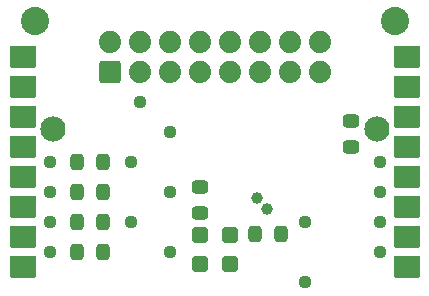
<source format=gbr>
G04 #@! TF.GenerationSoftware,KiCad,Pcbnew,8.0.6*
G04 #@! TF.CreationDate,2025-01-21T13:52:22-05:00*
G04 #@! TF.ProjectId,term,7465726d-2e6b-4696-9361-645f70636258,rev?*
G04 #@! TF.SameCoordinates,Original*
G04 #@! TF.FileFunction,Soldermask,Top*
G04 #@! TF.FilePolarity,Negative*
%FSLAX46Y46*%
G04 Gerber Fmt 4.6, Leading zero omitted, Abs format (unit mm)*
G04 Created by KiCad (PCBNEW 8.0.6) date 2025-01-21 13:52:22*
%MOMM*%
%LPD*%
G01*
G04 APERTURE LIST*
G04 Aperture macros list*
%AMRoundRect*
0 Rectangle with rounded corners*
0 $1 Rounding radius*
0 $2 $3 $4 $5 $6 $7 $8 $9 X,Y pos of 4 corners*
0 Add a 4 corners polygon primitive as box body*
4,1,4,$2,$3,$4,$5,$6,$7,$8,$9,$2,$3,0*
0 Add four circle primitives for the rounded corners*
1,1,$1+$1,$2,$3*
1,1,$1+$1,$4,$5*
1,1,$1+$1,$6,$7*
1,1,$1+$1,$8,$9*
0 Add four rect primitives between the rounded corners*
20,1,$1+$1,$2,$3,$4,$5,0*
20,1,$1+$1,$4,$5,$6,$7,0*
20,1,$1+$1,$6,$7,$8,$9,0*
20,1,$1+$1,$8,$9,$2,$3,0*%
G04 Aperture macros list end*
%ADD10RoundRect,0.264286X0.675514X-0.675514X0.675514X0.675514X-0.675514X0.675514X-0.675514X-0.675514X0*%
%ADD11C,1.879600*%
%ADD12RoundRect,0.050800X-1.016000X-0.889000X1.016000X-0.889000X1.016000X0.889000X-1.016000X0.889000X0*%
%ADD13RoundRect,0.050800X1.016000X0.889000X-1.016000X0.889000X-1.016000X-0.889000X1.016000X-0.889000X0*%
%ADD14C,1.117600*%
%ADD15C,2.133600*%
%ADD16C,2.387600*%
%ADD17RoundRect,0.271167X0.429633X-0.379633X0.429633X0.379633X-0.429633X0.379633X-0.429633X-0.379633X0*%
%ADD18RoundRect,0.275400X-0.275400X-0.425400X0.275400X-0.425400X0.275400X0.425400X-0.275400X0.425400X0*%
%ADD19RoundRect,0.275400X0.275400X0.425400X-0.275400X0.425400X-0.275400X-0.425400X0.275400X-0.425400X0*%
%ADD20RoundRect,0.275400X-0.425400X0.275400X-0.425400X-0.275400X0.425400X-0.275400X0.425400X0.275400X0*%
%ADD21C,0.990600*%
G04 APERTURE END LIST*
D10*
X135890000Y-91440000D03*
D11*
X135890000Y-88900000D03*
X138430000Y-91440000D03*
X138430000Y-88900000D03*
X140970000Y-91440000D03*
X140970000Y-88900000D03*
X143510000Y-91440000D03*
X143510000Y-88900000D03*
X146050000Y-91440000D03*
X146050000Y-88900000D03*
X148590000Y-91440000D03*
X148590000Y-88900000D03*
X151130000Y-91440000D03*
X151130000Y-88900000D03*
X153670000Y-91440000D03*
X153670000Y-88900000D03*
D12*
X128524000Y-90170000D03*
X128524000Y-92710000D03*
X128524000Y-95250000D03*
X128524000Y-97790000D03*
X128524000Y-100330000D03*
X128524000Y-102870000D03*
X128524000Y-105410000D03*
X128524000Y-107950000D03*
D13*
X161036000Y-107950000D03*
X161036000Y-105410000D03*
X161036000Y-102870000D03*
X161036000Y-100330000D03*
X161036000Y-97790000D03*
X161036000Y-95250000D03*
X161036000Y-92710000D03*
X161036000Y-90170000D03*
D14*
X158750000Y-99060000D03*
X158750000Y-101600000D03*
X158750000Y-104140000D03*
X130810000Y-99060000D03*
X130810000Y-101600000D03*
X130810000Y-104140000D03*
X140970000Y-101600000D03*
X140970000Y-106680000D03*
X152400000Y-104140000D03*
X152400000Y-109220000D03*
D15*
X131064000Y-96266000D03*
X158496000Y-96266000D03*
D16*
X129540000Y-87122000D03*
X160020000Y-87122000D03*
D17*
X146050000Y-107626000D03*
X146050000Y-105226000D03*
X143510000Y-107626000D03*
X143510000Y-105226000D03*
D18*
X133139000Y-106680000D03*
X135339000Y-106680000D03*
D19*
X135339000Y-104140000D03*
X133139000Y-104140000D03*
D18*
X133139000Y-101600000D03*
X135339000Y-101600000D03*
D19*
X135339000Y-99060000D03*
X133139000Y-99060000D03*
D20*
X156340000Y-95590000D03*
X156340000Y-97790000D03*
D19*
X150409000Y-105156000D03*
X148209000Y-105156000D03*
D20*
X143510000Y-101135000D03*
X143510000Y-103335000D03*
D14*
X130810000Y-106680000D03*
X158750000Y-106680000D03*
X140970000Y-96520000D03*
X138430000Y-93980000D03*
X137668000Y-99060000D03*
X137668000Y-104140000D03*
D21*
X148336000Y-102108000D03*
X149225000Y-102997000D03*
M02*

</source>
